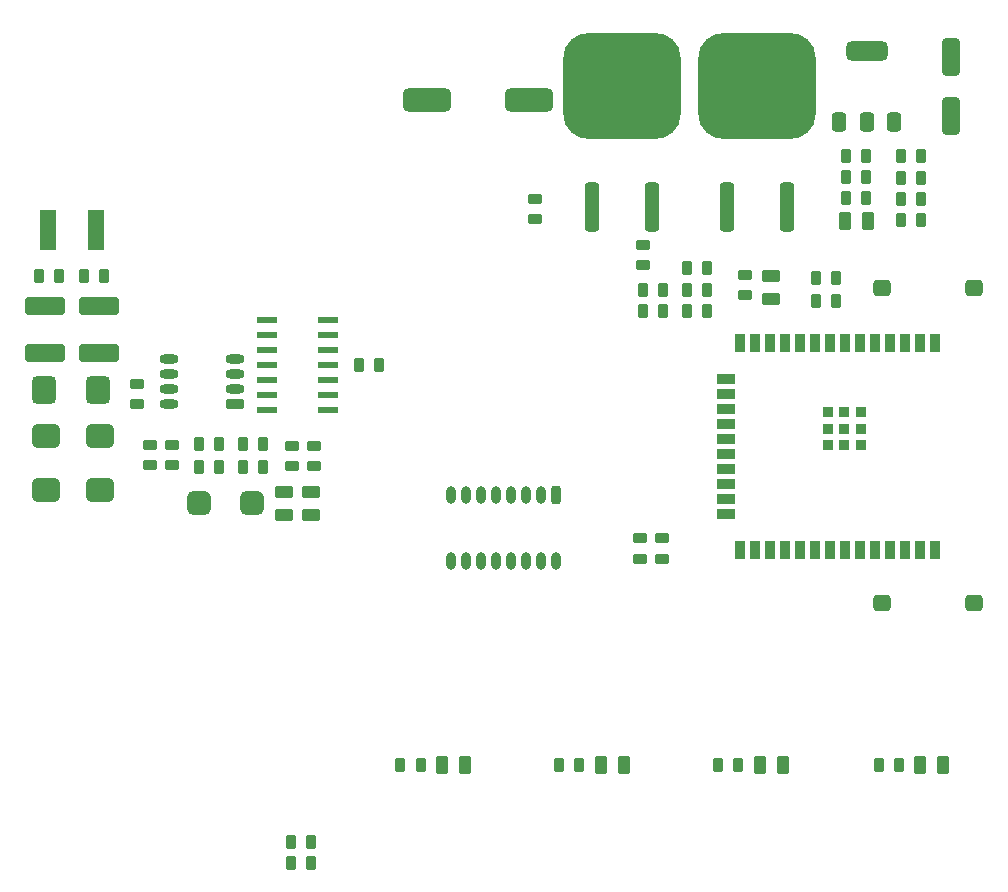
<source format=gbr>
%TF.GenerationSoftware,Altium Limited,Altium Designer,21.3.2 (30)*%
G04 Layer_Color=8421504*
%FSLAX26Y26*%
%MOIN*%
%TF.SameCoordinates,5CB9DBA1-4DA9-4ED0-9B61-E5D9B39C4D3D*%
%TF.FilePolarity,Positive*%
%TF.FileFunction,Paste,Top*%
%TF.Part,Single*%
G01*
G75*
%TA.AperFunction,SMDPad,CuDef*%
G04:AMPARAMS|DCode=10|XSize=59.055mil|YSize=55.118mil|CornerRadius=13.78mil|HoleSize=0mil|Usage=FLASHONLY|Rotation=0.000|XOffset=0mil|YOffset=0mil|HoleType=Round|Shape=RoundedRectangle|*
%AMROUNDEDRECTD10*
21,1,0.059055,0.027559,0,0,0.0*
21,1,0.031496,0.055118,0,0,0.0*
1,1,0.027559,0.015748,-0.013780*
1,1,0.027559,-0.015748,-0.013780*
1,1,0.027559,-0.015748,0.013780*
1,1,0.027559,0.015748,0.013780*
%
%ADD10ROUNDEDRECTD10*%
%ADD11R,0.035433X0.059055*%
%ADD12R,0.059055X0.035433*%
%TA.AperFunction,BGAPad,CuDef*%
%ADD13R,0.035433X0.035433*%
%TA.AperFunction,SMDPad,CuDef*%
G04:AMPARAMS|DCode=14|XSize=62.992mil|YSize=41.339mil|CornerRadius=10.335mil|HoleSize=0mil|Usage=FLASHONLY|Rotation=270.000|XOffset=0mil|YOffset=0mil|HoleType=Round|Shape=RoundedRectangle|*
%AMROUNDEDRECTD14*
21,1,0.062992,0.020669,0,0,270.0*
21,1,0.042323,0.041339,0,0,270.0*
1,1,0.020669,-0.010335,-0.021162*
1,1,0.020669,-0.010335,0.021162*
1,1,0.020669,0.010335,0.021162*
1,1,0.020669,0.010335,-0.021162*
%
%ADD14ROUNDEDRECTD14*%
G04:AMPARAMS|DCode=15|XSize=47.244mil|YSize=35.433mil|CornerRadius=8.858mil|HoleSize=0mil|Usage=FLASHONLY|Rotation=90.000|XOffset=0mil|YOffset=0mil|HoleType=Round|Shape=RoundedRectangle|*
%AMROUNDEDRECTD15*
21,1,0.047244,0.017717,0,0,90.0*
21,1,0.029528,0.035433,0,0,90.0*
1,1,0.017716,0.008858,0.014764*
1,1,0.017716,0.008858,-0.014764*
1,1,0.017716,-0.008858,-0.014764*
1,1,0.017716,-0.008858,0.014764*
%
%ADD15ROUNDEDRECTD15*%
G04:AMPARAMS|DCode=16|XSize=62.992mil|YSize=41.339mil|CornerRadius=10.335mil|HoleSize=0mil|Usage=FLASHONLY|Rotation=180.000|XOffset=0mil|YOffset=0mil|HoleType=Round|Shape=RoundedRectangle|*
%AMROUNDEDRECTD16*
21,1,0.062992,0.020669,0,0,180.0*
21,1,0.042323,0.041339,0,0,180.0*
1,1,0.020669,-0.021162,0.010335*
1,1,0.020669,0.021162,0.010335*
1,1,0.020669,0.021162,-0.010335*
1,1,0.020669,-0.021162,-0.010335*
%
%ADD16ROUNDEDRECTD16*%
G04:AMPARAMS|DCode=17|XSize=47.244mil|YSize=35.433mil|CornerRadius=8.858mil|HoleSize=0mil|Usage=FLASHONLY|Rotation=180.000|XOffset=0mil|YOffset=0mil|HoleType=Round|Shape=RoundedRectangle|*
%AMROUNDEDRECTD17*
21,1,0.047244,0.017717,0,0,180.0*
21,1,0.029528,0.035433,0,0,180.0*
1,1,0.017716,-0.014764,0.008858*
1,1,0.017716,0.014764,0.008858*
1,1,0.017716,0.014764,-0.008858*
1,1,0.017716,-0.014764,-0.008858*
%
%ADD17ROUNDEDRECTD17*%
G04:AMPARAMS|DCode=18|XSize=135.827mil|YSize=62.992mil|CornerRadius=15.748mil|HoleSize=0mil|Usage=FLASHONLY|Rotation=180.000|XOffset=0mil|YOffset=0mil|HoleType=Round|Shape=RoundedRectangle|*
%AMROUNDEDRECTD18*
21,1,0.135827,0.031496,0,0,180.0*
21,1,0.104331,0.062992,0,0,180.0*
1,1,0.031496,-0.052165,0.015748*
1,1,0.031496,0.052165,0.015748*
1,1,0.031496,0.052165,-0.015748*
1,1,0.031496,-0.052165,-0.015748*
%
%ADD18ROUNDEDRECTD18*%
G04:AMPARAMS|DCode=19|XSize=94.488mil|YSize=82.677mil|CornerRadius=20.669mil|HoleSize=0mil|Usage=FLASHONLY|Rotation=90.000|XOffset=0mil|YOffset=0mil|HoleType=Round|Shape=RoundedRectangle|*
%AMROUNDEDRECTD19*
21,1,0.094488,0.041339,0,0,90.0*
21,1,0.053150,0.082677,0,0,90.0*
1,1,0.041339,0.020669,0.026575*
1,1,0.041339,0.020669,-0.026575*
1,1,0.041339,-0.020669,-0.026575*
1,1,0.041339,-0.020669,0.026575*
%
%ADD19ROUNDEDRECTD19*%
G04:AMPARAMS|DCode=20|XSize=94.488mil|YSize=82.677mil|CornerRadius=20.669mil|HoleSize=0mil|Usage=FLASHONLY|Rotation=0.000|XOffset=0mil|YOffset=0mil|HoleType=Round|Shape=RoundedRectangle|*
%AMROUNDEDRECTD20*
21,1,0.094488,0.041339,0,0,0.0*
21,1,0.053150,0.082677,0,0,0.0*
1,1,0.041339,0.026575,-0.020669*
1,1,0.041339,-0.026575,-0.020669*
1,1,0.041339,-0.026575,0.020669*
1,1,0.041339,0.026575,0.020669*
%
%ADD20ROUNDEDRECTD20*%
G04:AMPARAMS|DCode=21|XSize=78.74mil|YSize=78.74mil|CornerRadius=19.685mil|HoleSize=0mil|Usage=FLASHONLY|Rotation=270.000|XOffset=0mil|YOffset=0mil|HoleType=Round|Shape=RoundedRectangle|*
%AMROUNDEDRECTD21*
21,1,0.078740,0.039370,0,0,270.0*
21,1,0.039370,0.078740,0,0,270.0*
1,1,0.039370,-0.019685,-0.019685*
1,1,0.039370,-0.019685,0.019685*
1,1,0.039370,0.019685,0.019685*
1,1,0.039370,0.019685,-0.019685*
%
%ADD21ROUNDEDRECTD21*%
G04:AMPARAMS|DCode=22|XSize=47.244mil|YSize=165.354mil|CornerRadius=11.811mil|HoleSize=0mil|Usage=FLASHONLY|Rotation=180.000|XOffset=0mil|YOffset=0mil|HoleType=Round|Shape=RoundedRectangle|*
%AMROUNDEDRECTD22*
21,1,0.047244,0.141732,0,0,180.0*
21,1,0.023622,0.165354,0,0,180.0*
1,1,0.023622,-0.011811,0.070866*
1,1,0.023622,0.011811,0.070866*
1,1,0.023622,0.011811,-0.070866*
1,1,0.023622,-0.011811,-0.070866*
%
%ADD22ROUNDEDRECTD22*%
G04:AMPARAMS|DCode=23|XSize=393.701mil|YSize=354.331mil|CornerRadius=88.583mil|HoleSize=0mil|Usage=FLASHONLY|Rotation=180.000|XOffset=0mil|YOffset=0mil|HoleType=Round|Shape=RoundedRectangle|*
%AMROUNDEDRECTD23*
21,1,0.393701,0.177166,0,0,180.0*
21,1,0.216536,0.354331,0,0,180.0*
1,1,0.177165,-0.108268,0.088583*
1,1,0.177165,0.108268,0.088583*
1,1,0.177165,0.108268,-0.088583*
1,1,0.177165,-0.108268,-0.088583*
%
%ADD23ROUNDEDRECTD23*%
%ADD24R,0.067000X0.021000*%
%ADD25R,0.055118X0.138189*%
%ADD26O,0.031496X0.059843*%
G04:AMPARAMS|DCode=27|XSize=31.496mil|YSize=59.843mil|CornerRadius=7.874mil|HoleSize=0mil|Usage=FLASHONLY|Rotation=0.000|XOffset=0mil|YOffset=0mil|HoleType=Round|Shape=RoundedRectangle|*
%AMROUNDEDRECTD27*
21,1,0.031496,0.044094,0,0,0.0*
21,1,0.015748,0.059843,0,0,0.0*
1,1,0.015748,0.007874,-0.022047*
1,1,0.015748,-0.007874,-0.022047*
1,1,0.015748,-0.007874,0.022047*
1,1,0.015748,0.007874,0.022047*
%
%ADD27ROUNDEDRECTD27*%
G04:AMPARAMS|DCode=28|XSize=161.417mil|YSize=78.74mil|CornerRadius=19.685mil|HoleSize=0mil|Usage=FLASHONLY|Rotation=0.000|XOffset=0mil|YOffset=0mil|HoleType=Round|Shape=RoundedRectangle|*
%AMROUNDEDRECTD28*
21,1,0.161417,0.039370,0,0,0.0*
21,1,0.122047,0.078740,0,0,0.0*
1,1,0.039370,0.061024,-0.019685*
1,1,0.039370,-0.061024,-0.019685*
1,1,0.039370,-0.061024,0.019685*
1,1,0.039370,0.061024,0.019685*
%
%ADD28ROUNDEDRECTD28*%
G04:AMPARAMS|DCode=29|XSize=137.795mil|YSize=64.961mil|CornerRadius=16.24mil|HoleSize=0mil|Usage=FLASHONLY|Rotation=180.000|XOffset=0mil|YOffset=0mil|HoleType=Round|Shape=RoundedRectangle|*
%AMROUNDEDRECTD29*
21,1,0.137795,0.032480,0,0,180.0*
21,1,0.105315,0.064961,0,0,180.0*
1,1,0.032480,-0.052657,0.016240*
1,1,0.032480,0.052657,0.016240*
1,1,0.032480,0.052657,-0.016240*
1,1,0.032480,-0.052657,-0.016240*
%
%ADD29ROUNDEDRECTD29*%
G04:AMPARAMS|DCode=30|XSize=47.244mil|YSize=64.961mil|CornerRadius=11.811mil|HoleSize=0mil|Usage=FLASHONLY|Rotation=180.000|XOffset=0mil|YOffset=0mil|HoleType=Round|Shape=RoundedRectangle|*
%AMROUNDEDRECTD30*
21,1,0.047244,0.041339,0,0,180.0*
21,1,0.023622,0.064961,0,0,180.0*
1,1,0.023622,-0.011811,0.020669*
1,1,0.023622,0.011811,0.020669*
1,1,0.023622,0.011811,-0.020669*
1,1,0.023622,-0.011811,-0.020669*
%
%ADD30ROUNDEDRECTD30*%
G04:AMPARAMS|DCode=31|XSize=125.984mil|YSize=62.992mil|CornerRadius=15.748mil|HoleSize=0mil|Usage=FLASHONLY|Rotation=90.000|XOffset=0mil|YOffset=0mil|HoleType=Round|Shape=RoundedRectangle|*
%AMROUNDEDRECTD31*
21,1,0.125984,0.031496,0,0,90.0*
21,1,0.094488,0.062992,0,0,90.0*
1,1,0.031496,0.015748,0.047244*
1,1,0.031496,0.015748,-0.047244*
1,1,0.031496,-0.015748,-0.047244*
1,1,0.031496,-0.015748,0.047244*
%
%ADD31ROUNDEDRECTD31*%
G04:AMPARAMS|DCode=32|XSize=31.496mil|YSize=62.992mil|CornerRadius=7.874mil|HoleSize=0mil|Usage=FLASHONLY|Rotation=270.000|XOffset=0mil|YOffset=0mil|HoleType=Round|Shape=RoundedRectangle|*
%AMROUNDEDRECTD32*
21,1,0.031496,0.047244,0,0,270.0*
21,1,0.015748,0.062992,0,0,270.0*
1,1,0.015748,-0.023622,-0.007874*
1,1,0.015748,-0.023622,0.007874*
1,1,0.015748,0.023622,0.007874*
1,1,0.015748,0.023622,-0.007874*
%
%ADD32ROUNDEDRECTD32*%
%ADD33O,0.062992X0.031496*%
D10*
X5325543Y2384000D02*
D03*
X5018457D02*
D03*
X5325543Y1334000D02*
D03*
X5018457D02*
D03*
D11*
X4545000Y2198976D02*
D03*
X4595000D02*
D03*
X4645000D02*
D03*
X4695000D02*
D03*
X4745000D02*
D03*
X4795000D02*
D03*
X4845000D02*
D03*
X4895000D02*
D03*
X4945000D02*
D03*
X4995000D02*
D03*
X5045000D02*
D03*
X5095000D02*
D03*
X5145000D02*
D03*
X5195000D02*
D03*
X4545000Y1510000D02*
D03*
X4595000D02*
D03*
X4645000D02*
D03*
X4695000D02*
D03*
X4745000D02*
D03*
X4795000D02*
D03*
X4845000D02*
D03*
X4895000D02*
D03*
X4945000D02*
D03*
X4995000D02*
D03*
X5045000D02*
D03*
X5095000D02*
D03*
X5145000D02*
D03*
X5195000D02*
D03*
D12*
X4495787Y1829488D02*
D03*
Y1779488D02*
D03*
Y1729488D02*
D03*
Y1679488D02*
D03*
Y1629488D02*
D03*
Y1879488D02*
D03*
Y1929488D02*
D03*
Y1979488D02*
D03*
Y2029488D02*
D03*
Y2079488D02*
D03*
D13*
X4891063Y1913543D02*
D03*
Y1968661D02*
D03*
Y1858425D02*
D03*
X4946181Y1913543D02*
D03*
Y1968661D02*
D03*
Y1858425D02*
D03*
X4835945Y1913543D02*
D03*
Y1968661D02*
D03*
Y1858425D02*
D03*
D14*
X4970000Y2605000D02*
D03*
X4893228D02*
D03*
X5143614Y793000D02*
D03*
X5220386D02*
D03*
X4611031D02*
D03*
X4687803D02*
D03*
X3551228D02*
D03*
X3628000D02*
D03*
X4080000D02*
D03*
X4156772D02*
D03*
D15*
X5080535Y2610000D02*
D03*
X5147465D02*
D03*
X5080535Y2751333D02*
D03*
X5147465D02*
D03*
X5080535Y2822000D02*
D03*
X5147465D02*
D03*
X5080535Y2680667D02*
D03*
X5147465D02*
D03*
X4896535Y2683000D02*
D03*
X4963465D02*
D03*
X4896535Y2752500D02*
D03*
X4963465D02*
D03*
X4896535Y2822000D02*
D03*
X4963465D02*
D03*
X4796535Y2415000D02*
D03*
X4863465D02*
D03*
Y2339000D02*
D03*
X4796535D02*
D03*
X4367071Y2305000D02*
D03*
X4434000D02*
D03*
Y2378000D02*
D03*
X4367071D02*
D03*
Y2451000D02*
D03*
X4434000D02*
D03*
X4220606Y2305000D02*
D03*
X4287535D02*
D03*
X4220606Y2378000D02*
D03*
X4287535D02*
D03*
X2272535Y2423000D02*
D03*
X2205606D02*
D03*
X2425000D02*
D03*
X2358071D02*
D03*
X2807035Y1862000D02*
D03*
X2740106D02*
D03*
Y1788000D02*
D03*
X2807035D02*
D03*
X2888535Y1862000D02*
D03*
X2955465D02*
D03*
X2888535Y1788000D02*
D03*
X2955465D02*
D03*
X3046071Y466000D02*
D03*
X3113000D02*
D03*
Y537000D02*
D03*
X3046071D02*
D03*
X5006535Y793000D02*
D03*
X5073465D02*
D03*
X4471071D02*
D03*
X4538000D02*
D03*
X3939071D02*
D03*
X4006000D02*
D03*
X3412071D02*
D03*
X3479000D02*
D03*
X3273535Y2128000D02*
D03*
X3340465D02*
D03*
D16*
X4646000Y2347228D02*
D03*
Y2424000D02*
D03*
X3115000Y1626614D02*
D03*
Y1703386D02*
D03*
X3023000Y1626614D02*
D03*
Y1703386D02*
D03*
D17*
X4562000Y2360071D02*
D03*
Y2427000D02*
D03*
X4221591Y2527465D02*
D03*
Y2460535D02*
D03*
X2650000Y1793535D02*
D03*
Y1860465D02*
D03*
X2576000D02*
D03*
Y1793535D02*
D03*
X3049000Y1857465D02*
D03*
Y1790535D02*
D03*
X3125000Y1857465D02*
D03*
Y1790535D02*
D03*
X4210000Y1481535D02*
D03*
Y1548465D02*
D03*
X4283000D02*
D03*
Y1481535D02*
D03*
X3859000Y2612535D02*
D03*
Y2679465D02*
D03*
X2534000Y2064929D02*
D03*
Y1998000D02*
D03*
D18*
X2406000Y2167260D02*
D03*
Y2324740D02*
D03*
X2227000Y2167260D02*
D03*
Y2324740D02*
D03*
D19*
X2224000Y2043000D02*
D03*
X2404000D02*
D03*
D20*
X2409000Y1891000D02*
D03*
Y1711000D02*
D03*
X2230000D02*
D03*
Y1891000D02*
D03*
D21*
X2739835Y1666000D02*
D03*
X2917000D02*
D03*
D22*
X4501000Y2652457D02*
D03*
X4701000D02*
D03*
X4250000D02*
D03*
X4050000D02*
D03*
D23*
X4601000Y3056000D02*
D03*
X4150000D02*
D03*
D24*
X2967000Y1977000D02*
D03*
Y2027000D02*
D03*
Y2077000D02*
D03*
Y2127000D02*
D03*
Y2177000D02*
D03*
Y2227000D02*
D03*
Y2277000D02*
D03*
X3171000D02*
D03*
Y2227000D02*
D03*
Y2177000D02*
D03*
Y2127000D02*
D03*
Y2077000D02*
D03*
Y2027000D02*
D03*
Y1977000D02*
D03*
D25*
X2236016Y2575000D02*
D03*
X2397984D02*
D03*
D26*
X3582000Y1474677D02*
D03*
X3632000D02*
D03*
X3682000D02*
D03*
X3732000D02*
D03*
X3782000D02*
D03*
X3832000D02*
D03*
X3882000D02*
D03*
X3932000D02*
D03*
X3582000Y1692000D02*
D03*
X3632000D02*
D03*
X3682000D02*
D03*
X3732000D02*
D03*
X3782000D02*
D03*
X3832000D02*
D03*
X3882000D02*
D03*
D27*
X3932000D02*
D03*
D28*
X3842000Y3010000D02*
D03*
X3499480D02*
D03*
D29*
X4966000Y3174110D02*
D03*
D30*
X5056551Y2937890D02*
D03*
X4966000D02*
D03*
X4875449D02*
D03*
D31*
X5247000Y2956575D02*
D03*
Y3153425D02*
D03*
D32*
X2860843Y1998000D02*
D03*
D33*
Y2048000D02*
D03*
Y2098000D02*
D03*
Y2148000D02*
D03*
X2641157Y1998000D02*
D03*
Y2048000D02*
D03*
Y2098000D02*
D03*
Y2148000D02*
D03*
%TF.MD5,97df40a4a5ec775da1aa5ea285514d13*%
M02*

</source>
